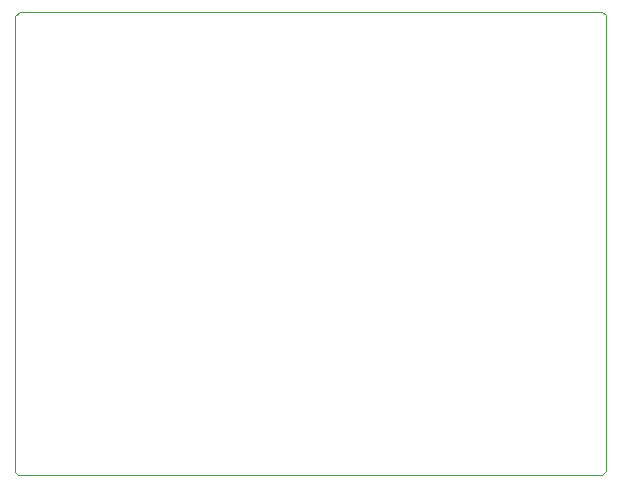
<source format=gko>
G04*
G04 #@! TF.GenerationSoftware,Altium Limited,Altium Designer,22.11.1 (43)*
G04*
G04 Layer_Color=16711935*
%FSTAX24Y24*%
%MOIN*%
G70*
G04*
G04 #@! TF.SameCoordinates,C1124A1A-70A5-44B8-A6FF-2808BC57BE08*
G04*
G04*
G04 #@! TF.FilePolarity,Positive*
G04*
G01*
G75*
%ADD13C,0.0039*%
D13*
Y00009D02*
Y01528D01*
Y00009D02*
X00009Y0D01*
X01957D01*
X01969Y00012D02*
Y01532D01*
X01957Y0D02*
X01969Y00012D01*
X00016Y01544D02*
X01957D01*
X01969Y01532D01*
X0Y01528D02*
X00016Y01544D01*
M02*

</source>
